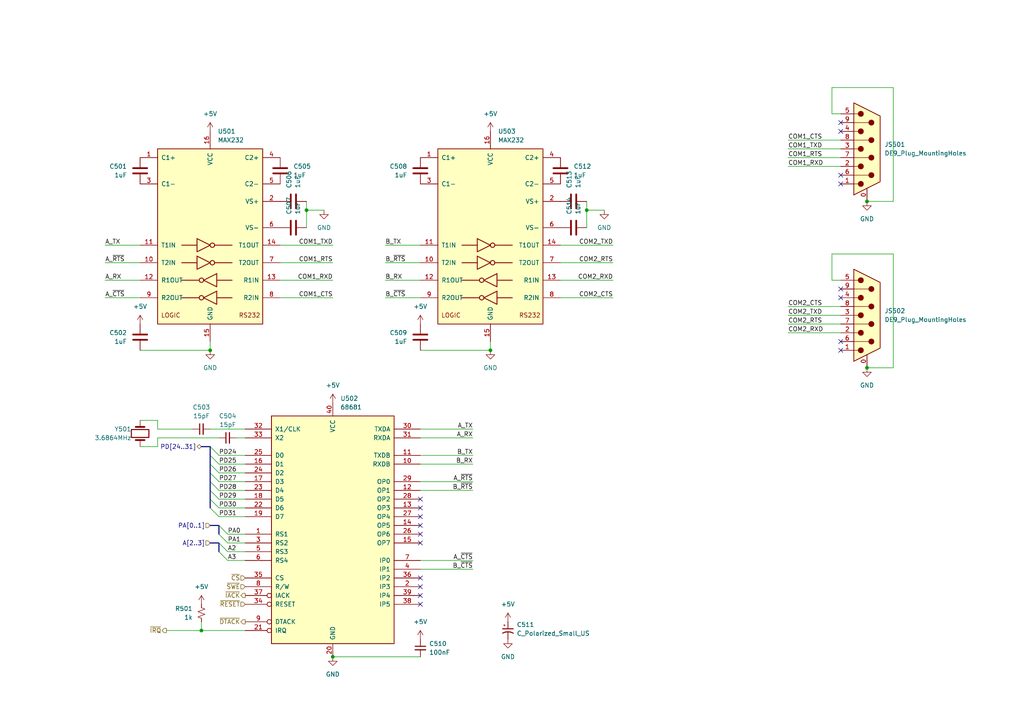
<source format=kicad_sch>
(kicad_sch (version 20231120) (generator "eeschema") (generator_version "8.0")
  (paper "A4")
  (lib_symbols
    (symbol "Connector:DE9_Plug_MountingHoles" (pin_names (offset 1.016) hide)
      (property "Reference" "J" (at 0 16.51 0))
      (property "Value" "DE9_Plug_MountingHoles" (at 0 14.605 0))
      (symbol "DE9_Plug_MountingHoles_0_1"
        (circle (center -1.778 -10.16) (radius 0.762) (fill (type outline)))
        (circle (center -1.778 -5.08) (radius 0.762) (fill (type outline)))
        (circle (center -1.778 0) (radius 0.762) (fill (type outline)))
        (circle (center -1.778 5.08) (radius 0.762) (fill (type outline)))
        (circle (center -1.778 10.16) (radius 0.762) (fill (type outline)))
        (polyline (pts (xy -3.81 -10.16) (xy -2.54 -10.16)))
        (polyline (pts (xy -3.81 -7.62) (xy 0.508 -7.62)))
        (polyline (pts (xy -3.81 -5.08) (xy -2.54 -5.08)))
        (polyline (pts (xy -3.81 -2.54) (xy 0.508 -2.54)))
        (polyline (pts (xy -3.81 0) (xy -2.54 0)))
        (polyline (pts (xy -3.81 2.54) (xy 0.508 2.54)))
        (polyline (pts (xy -3.81 5.08) (xy -2.54 5.08)))
        (polyline (pts (xy -3.81 7.62) (xy 0.508 7.62)))
        (polyline (pts (xy -3.81 10.16) (xy -2.54 10.16)))
        (polyline (pts (xy -3.81 -13.335) (xy -3.81 13.335) (xy 3.81 9.525) (xy 3.81 -9.525) (xy -3.81 -13.335)) (stroke (width 0.254)) (fill (type background)))
        (circle (center 1.27 -7.62) (radius 0.762) (fill (type outline)))
        (circle (center 1.27 -2.54) (radius 0.762) (fill (type outline)))
        (circle (center 1.27 2.54) (radius 0.762) (fill (type outline)))
        (circle (center 1.27 7.62) (radius 0.762) (fill (type outline)))
      )
      (symbol "DE9_Plug_MountingHoles_1_1"
        (pin passive line (at 0 -15.24 90) (length 3.81) (name "PAD") (number "0"))
        (pin passive line (at -7.62 -10.16 0) (length 3.81) (name "1") (number "1"))
        (pin passive line (at -7.62 -5.08 0) (length 3.81) (name "2") (number "2"))
        (pin passive line (at -7.62 0 0) (length 3.81) (name "3") (number "3"))
        (pin passive line (at -7.62 5.08 0) (length 3.81) (name "4") (number "4"))
        (pin passive line (at -7.62 10.16 0) (length 3.81) (name "5") (number "5"))
        (pin passive line (at -7.62 -7.62 0) (length 3.81) (name "6") (number "6"))
        (pin passive line (at -7.62 -2.54 0) (length 3.81) (name "7") (number "7"))
        (pin passive line (at -7.62 2.54 0) (length 3.81) (name "8") (number "8"))
        (pin passive line (at -7.62 7.62 0) (length 3.81) (name "9") (number "9"))
      )
    )
    (symbol "Device:C" (pin_numbers hide) (pin_names (offset 0.254))
      (property "Reference" "C" (at 0.635 2.54 0))
      (property "Value" "C" (at 0.635 -2.54 0))
      (symbol "C_0_1"
        (polyline (pts (xy -2.032 -0.762) (xy 2.032 -0.762)) (stroke (width 0.508)))
        (polyline (pts (xy -2.032 0.762) (xy 2.032 0.762)) (stroke (width 0.508)))
      )
      (symbol "C_1_1"
        (pin passive line (at 0 3.81 270) (length 2.794) (name "~") (number "1"))
        (pin passive line (at 0 -3.81 90) (length 2.794) (name "~") (number "2"))
      )
    )
    (symbol "Device:C_Polarized_Small_US" (pin_numbers hide) (pin_names (offset 0.254) hide)
      (property "Reference" "C" (at 0.254 1.778 0))
      (property "Value" "C_Polarized_Small_US" (at 0.254 -2.032 0))
      (symbol "C_Polarized_Small_US_0_1"
        (polyline (pts (xy -1.524 0.508) (xy 1.524 0.508)) (stroke (width 0.3048)))
        (polyline (pts (xy -1.27 1.524) (xy -0.762 1.524)))
        (polyline (pts (xy -1.016 1.27) (xy -1.016 1.778)))
        (arc (start 1.524 -0.762) (mid 0 -0.3734) (end -1.524 -0.762) (stroke (width 0.3048)))
      )
      (symbol "C_Polarized_Small_US_1_1"
        (pin passive line (at 0 2.54 270) (length 2.032) (name "~") (number "1"))
        (pin passive line (at 0 -2.54 90) (length 2.032) (name "~") (number "2"))
      )
    )
    (symbol "Device:C_Small" (pin_numbers hide) (pin_names (offset 0.254) hide)
      (property "Reference" "C" (at 0.254 1.778 0))
      (property "Value" "C_Small" (at 0.254 -2.032 0))
      (symbol "C_Small_0_1"
        (polyline (pts (xy -1.524 -0.508) (xy 1.524 -0.508)) (stroke (width 0.3302)))
        (polyline (pts (xy -1.524 0.508) (xy 1.524 0.508)) (stroke (width 0.3048)))
      )
      (symbol "C_Small_1_1"
        (pin passive line (at 0 2.54 270) (length 2.032) (name "~") (number "1"))
        (pin passive line (at 0 -2.54 90) (length 2.032) (name "~") (number "2"))
      )
    )
    (symbol "Device:Crystal" (pin_numbers hide) (pin_names (offset 1.016) hide)
      (property "Reference" "Y" (at 0 3.81 0))
      (property "Value" "Crystal" (at 0 -3.81 0))
      (symbol "Crystal_0_1"
        (rectangle (start -1.143 2.54) (end 1.143 -2.54) (stroke (width 0.3048)))
        (polyline (pts (xy -2.54 0) (xy -1.905 0)))
        (polyline (pts (xy -1.905 -1.27) (xy -1.905 1.27)) (stroke (width 0.508)))
        (polyline (pts (xy 1.905 -1.27) (xy 1.905 1.27)) (stroke (width 0.508)))
        (polyline (pts (xy 2.54 0) (xy 1.905 0)))
      )
      (symbol "Crystal_1_1"
        (pin passive line (at -3.81 0 0) (length 1.27) (name "1") (number "1"))
        (pin passive line (at 3.81 0 180) (length 1.27) (name "2") (number "2"))
      )
    )
    (symbol "Device:R_Small_US" (pin_numbers hide) (pin_names (offset 0.254) hide)
      (property "Reference" "R" (at 0.762 0.508 0))
      (property "Value" "R_Small_US" (at 0.762 -1.016 0))
      (symbol "R_Small_US_1_1"
        (polyline (pts (xy 0 0) (xy 1.016 -0.381) (xy 0 -0.762) (xy -1.016 -1.143) (xy 0 -1.524)))
        (polyline (pts (xy 0 1.524) (xy 1.016 1.143) (xy 0 0.762) (xy -1.016 0.381) (xy 0 0)))
        (pin passive line (at 0 2.54 270) (length 1.016) (name "~") (number "1"))
        (pin passive line (at 0 -2.54 90) (length 1.016) (name "~") (number "2"))
      )
    )
    (symbol "Interface:68681" (pin_names (offset 1.016))
      (property "Reference" "U" (at 0 3.81 0))
      (property "Value" "68681" (at 0 -2.54 0))
      (symbol "68681_0_1"
        (rectangle (start -17.78 -31.75) (end 17.78 34.29) (stroke (width 0.254)) (fill (type background)))
      )
      (symbol "68681_1_1"
        (pin input line (at -25.4 0 0) (length 7.62) (name "RS1") (number "1"))
        (pin input line (at 25.4 20.32 180) (length 7.62) (name "RXDB") (number "10"))
        (pin output line (at 25.4 22.86 180) (length 7.62) (name "TXDB") (number "11"))
        (pin output line (at 25.4 12.7 180) (length 7.62) (name "OP1") (number "12"))
        (pin output line (at 25.4 7.62 180) (length 7.62) (name "OP3") (number "13"))
        (pin output line (at 25.4 2.54 180) (length 7.62) (name "OP5") (number "14"))
        (pin output line (at 25.4 -2.54 180) (length 7.62) (name "OP7") (number "15"))
        (pin tri_state line (at -25.4 20.32 0) (length 7.62) (name "D1") (number "16"))
        (pin tri_state line (at -25.4 15.24 0) (length 7.62) (name "D3") (number "17"))
        (pin tri_state line (at -25.4 10.16 0) (length 7.62) (name "D5") (number "18"))
        (pin tri_state line (at -25.4 5.08 0) (length 7.62) (name "D7") (number "19"))
        (pin input line (at 25.4 -15.24 180) (length 7.62) (name "IP3") (number "2"))
        (pin power_in line (at 0 -35.56 90) (length 3.81) (name "GND") (number "20"))
        (pin output inverted (at -25.4 -27.94 0) (length 7.62) (name "IRQ") (number "21"))
        (pin tri_state line (at -25.4 7.62 0) (length 7.62) (name "D6") (number "22"))
        (pin tri_state line (at -25.4 12.7 0) (length 7.62) (name "D4") (number "23"))
        (pin tri_state line (at -25.4 17.78 0) (length 7.62) (name "D2") (number "24"))
        (pin tri_state line (at -25.4 22.86 0) (length 7.62) (name "D0") (number "25"))
        (pin output line (at 25.4 0 180) (length 7.62) (name "OP6") (number "26"))
        (pin output line (at 25.4 5.08 180) (length 7.62) (name "OP4") (number "27"))
        (pin output line (at 25.4 10.16 180) (length 7.62) (name "OP2") (number "28"))
        (pin output line (at 25.4 15.24 180) (length 7.62) (name "OP0") (number "29"))
        (pin input line (at -25.4 -2.54 0) (length 7.62) (name "RS2") (number "3"))
        (pin output line (at 25.4 30.48 180) (length 7.62) (name "TXDA") (number "30"))
        (pin input line (at 25.4 27.94 180) (length 7.62) (name "RXDA") (number "31"))
        (pin input line (at -25.4 30.48 0) (length 7.62) (name "X1/CLK") (number "32"))
        (pin input line (at -25.4 27.94 0) (length 7.62) (name "X2") (number "33"))
        (pin input inverted (at -25.4 -20.32 0) (length 7.62) (name "RESET") (number "34"))
        (pin input line (at -25.4 -12.7 0) (length 7.62) (name "CS") (number "35"))
        (pin input line (at 25.4 -12.7 180) (length 7.62) (name "IP2") (number "36"))
        (pin input inverted (at -25.4 -17.78 0) (length 7.62) (name "IACK") (number "37"))
        (pin input line (at 25.4 -20.32 180) (length 7.62) (name "IP5") (number "38"))
        (pin input line (at 25.4 -17.78 180) (length 7.62) (name "IP4") (number "39"))
        (pin input line (at 25.4 -10.16 180) (length 7.62) (name "IP1") (number "4"))
        (pin power_in line (at 0 38.1 270) (length 3.81) (name "VCC") (number "40"))
        (pin input line (at -25.4 -5.08 0) (length 7.62) (name "RS3") (number "5"))
        (pin input line (at -25.4 -7.62 0) (length 7.62) (name "RS4") (number "6"))
        (pin input line (at 25.4 -7.62 180) (length 7.62) (name "IP0") (number "7"))
        (pin input line (at -25.4 -15.24 0) (length 7.62) (name "R/W") (number "8"))
        (pin open_collector inverted (at -25.4 -25.4 0) (length 7.62) (name "DTACK") (number "9"))
      )
    )
    (symbol "Interface_UART:MAX232" (pin_names (offset 1.016))
      (property "Reference" "U" (at -2.54 28.575 0))
      (property "Value" "MAX232" (at -2.54 26.67 0))
      (symbol "MAX232_0_0"
        (text "LOGIC" (at -11.43 -22.86 0) (effects (font (size 1.27 1.27))))
        (text "RS232" (at 11.43 -22.86 0) (effects (font (size 1.27 1.27))))
      )
      (symbol "MAX232_0_1"
        (rectangle (start -15.24 -25.4) (end 15.24 25.4) (stroke (width 0.254)) (fill (type background)))
        (circle (center -2.54 -17.78) (radius 0.635) (stroke (width 0.254)))
        (circle (center -2.54 -12.7) (radius 0.635) (stroke (width 0.254)))
        (polyline (pts (xy -3.81 -7.62) (xy -8.255 -7.62)) (stroke (width 0.254)))
        (polyline (pts (xy -3.81 -2.54) (xy -8.255 -2.54)) (stroke (width 0.254)))
        (polyline (pts (xy -3.175 -17.78) (xy -8.255 -17.78)) (stroke (width 0.254)))
        (polyline (pts (xy -3.175 -12.7) (xy -8.255 -12.7)) (stroke (width 0.254)))
        (polyline (pts (xy 1.27 -7.62) (xy 6.35 -7.62)) (stroke (width 0.254)))
        (polyline (pts (xy 1.27 -2.54) (xy 6.35 -2.54)) (stroke (width 0.254)))
        (polyline (pts (xy 1.905 -17.78) (xy 6.35 -17.78)) (stroke (width 0.254)))
        (polyline (pts (xy 1.905 -12.7) (xy 6.35 -12.7)) (stroke (width 0.254)))
        (polyline (pts (xy -3.81 -5.715) (xy -3.81 -9.525) (xy 0 -7.62) (xy -3.81 -5.715)) (stroke (width 0.254)))
        (polyline (pts (xy -3.81 -0.635) (xy -3.81 -4.445) (xy 0 -2.54) (xy -3.81 -0.635)) (stroke (width 0.254)))
        (polyline (pts (xy 1.905 -15.875) (xy 1.905 -19.685) (xy -1.905 -17.78) (xy 1.905 -15.875)) (stroke (width 0.254)))
        (polyline (pts (xy 1.905 -10.795) (xy 1.905 -14.605) (xy -1.905 -12.7) (xy 1.905 -10.795)) (stroke (width 0.254)))
        (circle (center 0.635 -7.62) (radius 0.635) (stroke (width 0.254)))
        (circle (center 0.635 -2.54) (radius 0.635) (stroke (width 0.254)))
      )
      (symbol "MAX232_1_1"
        (pin passive line (at -20.32 22.86 0) (length 5.08) (name "C1+") (number "1"))
        (pin input line (at -20.32 -7.62 0) (length 5.08) (name "T2IN") (number "10"))
        (pin input line (at -20.32 -2.54 0) (length 5.08) (name "T1IN") (number "11"))
        (pin output line (at -20.32 -12.7 0) (length 5.08) (name "R1OUT") (number "12"))
        (pin input line (at 20.32 -12.7 180) (length 5.08) (name "R1IN") (number "13"))
        (pin output line (at 20.32 -2.54 180) (length 5.08) (name "T1OUT") (number "14"))
        (pin power_in line (at 0 -30.48 90) (length 5.08) (name "GND") (number "15"))
        (pin power_in line (at 0 30.48 270) (length 5.08) (name "VCC") (number "16"))
        (pin power_out line (at 20.32 10.16 180) (length 5.08) (name "VS+") (number "2"))
        (pin passive line (at -20.32 15.24 0) (length 5.08) (name "C1-") (number "3"))
        (pin passive line (at 20.32 22.86 180) (length 5.08) (name "C2+") (number "4"))
        (pin passive line (at 20.32 15.24 180) (length 5.08) (name "C2-") (number "5"))
        (pin power_out line (at 20.32 2.54 180) (length 5.08) (name "VS-") (number "6"))
        (pin output line (at 20.32 -7.62 180) (length 5.08) (name "T2OUT") (number "7"))
        (pin input line (at 20.32 -17.78 180) (length 5.08) (name "R2IN") (number "8"))
        (pin output line (at -20.32 -17.78 0) (length 5.08) (name "R2OUT") (number "9"))
      )
    )
    (symbol "power:+5V" (power) (pin_names (offset 0))
      (property "Value" "+5V" (at 0 3.556 0))
      (symbol "+5V_0_1"
        (polyline (pts (xy -0.762 1.27) (xy 0 2.54)))
        (polyline (pts (xy 0 0) (xy 0 2.54)))
        (polyline (pts (xy 0 2.54) (xy 0.762 1.27)))
      )
      (symbol "+5V_1_1"
        (pin power_in line (at 0 0 90) (length 0) hide (name "+5V") (number "1"))
      )
    )
    (symbol "power:GND" (power) (pin_names (offset 0))
      (property "Value" "GND" (at 0 -3.81 0))
      (symbol "GND_0_1"
        (polyline (pts (xy 0 0) (xy 0 -1.27) (xy 1.27 -1.27) (xy 0 -2.54) (xy -1.27 -1.27) (xy 0 -1.27)))
      )
      (symbol "GND_1_1"
        (pin power_in line (at 0 0 270) (length 0) hide (name "GND") (number "1"))
      )
    )
  )
  (junction (at 251.46 106.68))
  (junction (at 60.96 101.6))
  (junction (at 58.42 182.88))
  (junction (at 251.46 58.42))
  (junction (at 142.24 101.6))
  (junction (at 170.18 60.96))
  (junction (at 88.9 60.96))
  (junction (at 96.52 190.5))
  (no_connect (at 243.84 101.6))
  (no_connect (at 243.84 35.56))
  (no_connect (at 121.92 170.18))
  (no_connect (at 243.84 83.82))
  (no_connect (at 121.92 172.72))
  (no_connect (at 243.84 50.8))
  (no_connect (at 121.92 147.32))
  (no_connect (at 121.92 154.94))
  (no_connect (at 121.92 167.64))
  (no_connect (at 243.84 53.34))
  (no_connect (at 243.84 86.36))
  (no_connect (at 121.92 175.26))
  (no_connect (at 121.92 144.78))
  (no_connect (at 243.84 99.06))
  (no_connect (at 243.84 38.1))
  (no_connect (at 121.92 152.4))
  (no_connect (at 121.92 157.48))
  (no_connect (at 121.92 149.86))
  (bus_entry (at 60.96 137.16) (size 2.54 2.54))
  (bus_entry (at 63.5 154.94) (size 2.54 2.54))
  (bus_entry (at 63.5 157.48) (size 2.54 2.54))
  (bus_entry (at 60.96 147.32) (size 2.54 2.54))
  (bus_entry (at 60.96 132.08) (size 2.54 2.54))
  (bus_entry (at 60.96 139.7) (size 2.54 2.54))
  (bus_entry (at 60.96 142.24) (size 2.54 2.54))
  (bus_entry (at 63.5 152.4) (size 2.54 2.54))
  (bus_entry (at 60.96 144.78) (size 2.54 2.54))
  (bus_entry (at 63.5 160.02) (size 2.54 2.54))
  (bus_entry (at 60.96 129.54) (size 2.54 2.54))
  (bus_entry (at 60.96 134.62) (size 2.54 2.54))
  (wire (pts (xy 63.5 134.62) (xy 71.12 134.62)))
  (wire (pts (xy 66.04 162.56) (xy 71.12 162.56)))
  (wire (pts (xy 96.52 76.2) (xy 81.28 76.2)))
  (wire (pts (xy 162.56 81.28) (xy 177.8 81.28)))
  (wire (pts (xy 243.84 33.02) (xy 241.3 33.02)))
  (bus (pts (xy 60.96 139.7) (xy 60.96 137.16)))
  (wire (pts (xy 58.42 180.34) (xy 58.42 182.88)))
  (bus (pts (xy 60.96 129.54) (xy 58.42 129.54)))
  (wire (pts (xy 121.92 76.2) (xy 111.76 76.2)))
  (bus (pts (xy 63.5 157.48) (xy 60.96 157.48)))
  (wire (pts (xy 259.08 58.42) (xy 251.46 58.42)))
  (wire (pts (xy 241.3 25.4) (xy 259.08 25.4)))
  (bus (pts (xy 60.96 142.24) (xy 60.96 139.7)))
  (wire (pts (xy 60.96 124.46) (xy 71.12 124.46)))
  (wire (pts (xy 45.72 124.46) (xy 45.72 121.92)))
  (wire (pts (xy 40.64 86.36) (xy 30.48 86.36)))
  (wire (pts (xy 121.92 132.08) (xy 137.16 132.08)))
  (wire (pts (xy 259.08 25.4) (xy 259.08 58.42)))
  (bus (pts (xy 60.96 132.08) (xy 60.96 129.54)))
  (wire (pts (xy 88.9 60.96) (xy 88.9 66.04)))
  (wire (pts (xy 121.92 139.7) (xy 137.16 139.7)))
  (wire (pts (xy 243.84 40.64) (xy 228.6 40.64)))
  (wire (pts (xy 121.92 86.36) (xy 111.76 86.36)))
  (bus (pts (xy 60.96 134.62) (xy 60.96 132.08)))
  (bus (pts (xy 60.96 137.16) (xy 60.96 134.62)))
  (wire (pts (xy 241.3 81.28) (xy 241.3 73.66)))
  (wire (pts (xy 243.84 81.28) (xy 241.3 81.28)))
  (wire (pts (xy 63.5 137.16) (xy 71.12 137.16)))
  (wire (pts (xy 81.28 81.28) (xy 96.52 81.28)))
  (wire (pts (xy 63.5 149.86) (xy 71.12 149.86)))
  (wire (pts (xy 259.08 73.66) (xy 259.08 106.68)))
  (wire (pts (xy 259.08 106.68) (xy 251.46 106.68)))
  (wire (pts (xy 63.5 144.78) (xy 71.12 144.78)))
  (wire (pts (xy 63.5 132.08) (xy 71.12 132.08)))
  (wire (pts (xy 243.84 48.26) (xy 228.6 48.26)))
  (bus (pts (xy 63.5 152.4) (xy 60.96 152.4)))
  (wire (pts (xy 121.92 124.46) (xy 137.16 124.46)))
  (wire (pts (xy 228.6 43.18) (xy 243.84 43.18)))
  (wire (pts (xy 55.88 124.46) (xy 45.72 124.46)))
  (wire (pts (xy 142.24 101.6) (xy 142.24 99.06)))
  (wire (pts (xy 40.64 71.12) (xy 30.48 71.12)))
  (wire (pts (xy 45.72 127) (xy 63.5 127)))
  (wire (pts (xy 121.92 127) (xy 137.16 127)))
  (wire (pts (xy 40.64 129.54) (xy 45.72 129.54)))
  (wire (pts (xy 45.72 121.92) (xy 40.64 121.92)))
  (wire (pts (xy 96.52 190.5) (xy 121.92 190.5)))
  (bus (pts (xy 63.5 154.94) (xy 63.5 152.4)))
  (wire (pts (xy 228.6 91.44) (xy 243.84 91.44)))
  (wire (pts (xy 121.92 162.56) (xy 137.16 162.56)))
  (wire (pts (xy 121.92 81.28) (xy 111.76 81.28)))
  (wire (pts (xy 58.42 182.88) (xy 71.12 182.88)))
  (wire (pts (xy 81.28 86.36) (xy 96.52 86.36)))
  (wire (pts (xy 63.5 142.24) (xy 71.12 142.24)))
  (wire (pts (xy 48.26 182.88) (xy 58.42 182.88)))
  (wire (pts (xy 40.64 81.28) (xy 30.48 81.28)))
  (wire (pts (xy 96.52 71.12) (xy 81.28 71.12)))
  (wire (pts (xy 177.8 76.2) (xy 162.56 76.2)))
  (wire (pts (xy 170.18 60.96) (xy 170.18 66.04)))
  (wire (pts (xy 40.64 101.6) (xy 60.96 101.6)))
  (wire (pts (xy 177.8 71.12) (xy 162.56 71.12)))
  (wire (pts (xy 121.92 165.1) (xy 137.16 165.1)))
  (wire (pts (xy 241.3 73.66) (xy 259.08 73.66)))
  (wire (pts (xy 121.92 71.12) (xy 111.76 71.12)))
  (wire (pts (xy 88.9 58.42) (xy 88.9 60.96)))
  (wire (pts (xy 66.04 157.48) (xy 71.12 157.48)))
  (wire (pts (xy 228.6 45.72) (xy 243.84 45.72)))
  (wire (pts (xy 88.9 60.96) (xy 93.98 60.96)))
  (wire (pts (xy 121.92 142.24) (xy 137.16 142.24)))
  (bus (pts (xy 60.96 144.78) (xy 60.96 142.24)))
  (bus (pts (xy 60.96 147.32) (xy 60.96 144.78)))
  (wire (pts (xy 66.04 160.02) (xy 71.12 160.02)))
  (wire (pts (xy 60.96 101.6) (xy 60.96 99.06)))
  (wire (pts (xy 63.5 139.7) (xy 71.12 139.7)))
  (wire (pts (xy 162.56 86.36) (xy 177.8 86.36)))
  (wire (pts (xy 45.72 129.54) (xy 45.72 127)))
  (wire (pts (xy 66.04 154.94) (xy 71.12 154.94)))
  (wire (pts (xy 241.3 33.02) (xy 241.3 25.4)))
  (wire (pts (xy 63.5 147.32) (xy 71.12 147.32)))
  (wire (pts (xy 243.84 96.52) (xy 228.6 96.52)))
  (wire (pts (xy 170.18 58.42) (xy 170.18 60.96)))
  (bus (pts (xy 63.5 160.02) (xy 63.5 157.48)))
  (wire (pts (xy 228.6 93.98) (xy 243.84 93.98)))
  (wire (pts (xy 68.58 127) (xy 71.12 127)))
  (wire (pts (xy 121.92 134.62) (xy 137.16 134.62)))
  (wire (pts (xy 121.92 101.6) (xy 142.24 101.6)))
  (wire (pts (xy 40.64 76.2) (xy 30.48 76.2)))
  (wire (pts (xy 243.84 88.9) (xy 228.6 88.9)))
  (wire (pts (xy 170.18 60.96) (xy 175.26 60.96)))
  (label "PD24" (at 63.5 132.08 0))
  (label "A_~{CTS}" (at 137.16 162.56 180))
  (label "PA1" (at 66.04 157.48 0))
  (label "B_~{CTS}" (at 111.76 86.36 0))
  (label "COM2_TXD" (at 228.6 91.44 0))
  (label "COM1_TXD" (at 228.6 43.18 0))
  (label "COM1_RXD" (at 228.6 48.26 0))
  (label "COM2_CTS" (at 177.8 86.36 180))
  (label "A_~{RTS}" (at 30.48 76.2 0))
  (label "B_~{RTS}" (at 137.16 142.24 180))
  (label "COM1_CTS" (at 228.6 40.64 0))
  (label "A_TX" (at 137.16 124.46 180))
  (label "PD26" (at 63.5 137.16 0))
  (label "A_RX" (at 30.48 81.28 0))
  (label "COM1_RTS" (at 96.52 76.2 180))
  (label "PD30" (at 63.5 147.32 0))
  (label "COM2_RTS" (at 177.8 76.2 180))
  (label "A2" (at 66.04 160.02 0))
  (label "PA0" (at 66.04 154.94 0))
  (label "A_TX" (at 30.48 71.12 0))
  (label "A_RX" (at 137.16 127 180))
  (label "A_~{CTS}" (at 30.48 86.36 0))
  (label "PD25" (at 63.5 134.62 0))
  (label "COM2_RXD" (at 228.6 96.52 0))
  (label "COM2_RTS" (at 228.6 93.98 0))
  (label "COM2_CTS" (at 228.6 88.9 0))
  (label "COM1_TXD" (at 96.52 71.12 180))
  (label "PD27" (at 63.5 139.7 0))
  (label "A_~{RTS}" (at 137.16 139.7 180))
  (label "B_~{CTS}" (at 137.16 165.1 180))
  (label "PD31" (at 63.5 149.86 0))
  (label "COM1_RTS" (at 228.6 45.72 0))
  (label "PD28" (at 63.5 142.24 0))
  (label "B_RX" (at 111.76 81.28 0))
  (label "COM1_RXD" (at 96.52 81.28 180))
  (label "COM2_TXD" (at 177.8 71.12 180))
  (label "COM2_RXD" (at 177.8 81.28 180))
  (label "B_~{RTS}" (at 111.76 76.2 0))
  (label "B_TX" (at 111.76 71.12 0))
  (label "B_TX" (at 137.16 132.08 180))
  (label "COM1_CTS" (at 96.52 86.36 180))
  (label "B_RX" (at 137.16 134.62 180))
  (label "A3" (at 66.04 162.56 0))
  (label "PD29" (at 63.5 144.78 0))
  (hierarchical_label "~{CS}" (shape input) (at 71.12 167.64 180))
  (hierarchical_label "A[2..3]" (shape input) (at 60.96 157.48 180))
  (hierarchical_label "PA[0..1]" (shape input) (at 60.96 152.4 180))
  (hierarchical_label "~{SWE}" (shape input) (at 71.12 170.18 180))
  (hierarchical_label "PD[24..31]" (shape bidirectional) (at 58.42 129.54 180))
  (hierarchical_label "~{RESET}" (shape input) (at 71.12 175.26 180))
  (hierarchical_label "~{DTACK}" (shape output) (at 71.12 180.34 180))
  (hierarchical_label "~{IRQ}" (shape output) (at 48.26 182.88 180))
  (hierarchical_label "~{IACK}" (shape output) (at 71.12 172.72 180))
  (symbol (lib_id "Interface_UART:MAX232") (at 142.24 68.58 0) (unit 1)
    (property "Reference" "U503" (at 144.4341 38.1 0) (effects (justify left)))
    (property "Value" "MAX232" (at 144.4341 40.64 0) (effects (justify left)))
    (property "Footprint" "Package_SO:SOIC-16_3.9x9.9mm_P1.27mm" (effects (hide yes)))
    (property "Datasheet" "http://www.ti.com/lit/ds/symlink/max232.pdf" (effects (hide yes)))
  )
  (symbol (lib_id "power:+5V") (at 40.64 93.98 0) (unit 1)
    (property "Reference" "#PWR0501" (effects (hide yes)))
    (property "Value" "+5V" (at 40.64 88.9 0))
  )
  (symbol (lib_id "power:+5V") (at 147.32 180.34 0) (unit 1)
    (property "Reference" "#PWR0512" (effects (hide yes)))
    (property "Value" "+5V" (at 147.32 175.26 0))
  )
  (symbol (lib_id "power:+5V") (at 58.42 175.26 0) (unit 1)
    (property "Reference" "#PWR0502" (effects (hide yes)))
    (property "Value" "+5V" (at 58.42 170.18 0))
  )
  (symbol (lib_id "Device:C_Small") (at 58.42 124.46 90) (unit 1)
    (property "Reference" "C503" (at 58.4263 118.11 90))
    (property "Value" "15pF" (at 58.4263 120.65 90))
    (property "Footprint" "Capacitor_SMD:C_0603_1608Metric" (effects (hide yes)))
  )
  (symbol (lib_id "Device:C_Polarized_Small_US") (at 147.32 182.88 0) (unit 1)
    (property "Reference" "C511" (at 149.86 181.1782 0) (effects (justify left)))
    (property "Value" "C_Polarized_Small_US" (at 149.86 183.7182 0) (effects (justify left)))
    (property "Footprint" "Capacitor_THT:CP_Radial_D5.0mm_P2.00mm" (effects (hide yes)))
  )
  (symbol (lib_id "Device:C") (at 121.92 49.53 0) (mirror y) (unit 1)
    (property "Reference" "C508" (at 118.11 48.26 0) (effects (justify left)))
    (property "Value" "1uF" (at 118.11 50.8 0) (effects (justify left)))
    (property "Footprint" "Capacitor_SMD:C_0805_2012Metric" (effects (hide yes)))
  )
  (symbol (lib_id "power:+5V") (at 96.52 116.84 0) (unit 1)
    (property "Reference" "#PWR0506" (effects (hide yes)))
    (property "Value" "+5V" (at 96.52 111.76 0))
  )
  (symbol (lib_id "Device:C") (at 85.09 66.04 90) (unit 1)
    (property "Reference" "C507" (at 83.82 62.23 0) (effects (justify left)))
    (property "Value" "1uF" (at 86.36 62.23 0) (effects (justify left)))
    (property "Footprint" "Capacitor_SMD:C_0805_2012Metric" (effects (hide yes)))
  )
  (symbol (lib_id "Device:C") (at 121.92 97.79 0) (mirror y) (unit 1)
    (property "Reference" "C509" (at 118.11 96.52 0) (effects (justify left)))
    (property "Value" "1uF" (at 118.11 99.06 0) (effects (justify left)))
    (property "Footprint" "Capacitor_SMD:C_0805_2012Metric" (effects (hide yes)))
  )
  (symbol (lib_id "power:GND") (at 147.32 185.42 0) (unit 1)
    (property "Reference" "#PWR0513" (effects (hide yes)))
    (property "Value" "GND" (at 147.32 190.5 0))
  )
  (symbol (lib_id "Device:C") (at 85.09 58.42 90) (unit 1)
    (property "Reference" "C506" (at 83.82 54.61 0) (effects (justify left)))
    (property "Value" "1uF" (at 86.36 54.61 0) (effects (justify left)))
    (property "Footprint" "Capacitor_SMD:C_0805_2012Metric" (effects (hide yes)))
  )
  (symbol (lib_id "Device:C_Small") (at 66.04 127 90) (unit 1)
    (property "Reference" "C504" (at 66.0463 120.65 90))
    (property "Value" "15pF" (at 66.0463 123.19 90))
    (property "Footprint" "Capacitor_SMD:C_0603_1608Metric" (effects (hide yes)))
  )
  (symbol (lib_id "Device:C") (at 81.28 49.53 0) (unit 1)
    (property "Reference" "C505" (at 85.09 48.26 0) (effects (justify left)))
    (property "Value" "1uF" (at 85.09 50.8 0) (effects (justify left)))
    (property "Footprint" "Capacitor_SMD:C_0805_2012Metric" (effects (hide yes)))
  )
  (symbol (lib_id "Connector:DE9_Plug_MountingHoles") (at 251.46 91.44 0) (unit 1)
    (property "Reference" "JS502" (at 256.54 90.17 0) (effects (justify left)))
    (property "Value" "DE9_Plug_MountingHoles" (at 256.54 92.71 0) (effects (justify left)))
    (property "Footprint" "Connector_Dsub:DSUB-9_Male_Horizontal_P2.77x2.84mm_EdgePinOffset4.94mm_Housed_MountingHolesOffset7.48mm" (effects (hide yes)))
    (property "Datasheet" " ~" (effects (hide yes)))
  )
  (symbol (lib_id "power:GND") (at 251.46 106.68 0) (unit 1)
    (property "Reference" "#PWR0516" (effects (hide yes)))
    (property "Value" "GND" (at 251.46 111.76 0))
  )
  (symbol (lib_id "Device:C") (at 162.56 49.53 0) (unit 1)
    (property "Reference" "C512" (at 166.37 48.26 0) (effects (justify left)))
    (property "Value" "1uF" (at 166.37 50.8 0) (effects (justify left)))
    (property "Footprint" "Capacitor_SMD:C_0805_2012Metric" (effects (hide yes)))
  )
  (symbol (lib_id "power:GND") (at 96.52 190.5 0) (unit 1)
    (property "Reference" "#PWR0507" (effects (hide yes)))
    (property "Value" "GND" (at 96.52 195.58 0))
  )
  (symbol (lib_id "Device:Crystal") (at 40.64 125.73 90) (mirror x) (unit 1)
    (property "Reference" "Y501" (at 38.1 124.46 90) (effects (justify left)))
    (property "Value" "3.6864MHz" (at 38.1 127 90) (effects (justify left)))
    (property "Footprint" "Crystal:Crystal_C38-LF_D3.0mm_L8.0mm_Vertical" (effects (hide yes)))
  )
  (symbol (lib_id "Device:R_Small_US") (at 58.42 177.8 0) (unit 1)
    (property "Reference" "R501" (at 55.88 176.53 0) (effects (justify right)))
    (property "Value" "1k" (at 55.88 179.07 0) (effects (justify right)))
    (property "Footprint" "Resistor_SMD:R_0603_1608Metric" (effects (hide yes)))
  )
  (symbol (lib_id "Device:C_Small") (at 121.92 187.96 0) (unit 1)
    (property "Reference" "C510" (at 124.46 186.6963 0) (effects (justify left)))
    (property "Value" "100nF" (at 124.46 189.2363 0) (effects (justify left)))
    (property "Footprint" "Capacitor_SMD:C_0603_1608Metric" (effects (hide yes)))
  )
  (symbol (lib_id "power:GND") (at 93.98 60.96 0) (unit 1)
    (property "Reference" "#PWR0505" (effects (hide yes)))
    (property "Value" "GND" (at 93.98 66.04 0))
  )
  (symbol (lib_id "Device:C") (at 40.64 97.79 0) (mirror y) (unit 1)
    (property "Reference" "C502" (at 36.83 96.52 0) (effects (justify left)))
    (property "Value" "1uF" (at 36.83 99.06 0) (effects (justify left)))
    (property "Footprint" "Capacitor_SMD:C_0805_2012Metric" (effects (hide yes)))
  )
  (symbol (lib_id "power:GND") (at 175.26 60.96 0) (unit 1)
    (property "Reference" "#PWR0514" (effects (hide yes)))
    (property "Value" "GND" (at 175.26 66.04 0))
  )
  (symbol (lib_id "power:GND") (at 251.46 58.42 0) (unit 1)
    (property "Reference" "#PWR0515" (effects (hide yes)))
    (property "Value" "GND" (at 251.46 63.5 0))
  )
  (symbol (lib_id "power:+5V") (at 60.96 38.1 0) (unit 1)
    (property "Reference" "#PWR0503" (effects (hide yes)))
    (property "Value" "+5V" (at 60.96 33.02 0))
  )
  (symbol (lib_id "power:+5V") (at 121.92 93.98 0) (unit 1)
    (property "Reference" "#PWR0508" (effects (hide yes)))
    (property "Value" "+5V" (at 121.92 88.9 0))
  )
  (symbol (lib_id "Connector:DE9_Plug_MountingHoles") (at 251.46 43.18 0) (unit 1)
    (property "Reference" "JS501" (at 256.54 41.91 0) (effects (justify left)))
    (property "Value" "DE9_Plug_MountingHoles" (at 256.54 44.45 0) (effects (justify left)))
    (property "Footprint" "Connector_Dsub:DSUB-9_Male_Horizontal_P2.77x2.84mm_EdgePinOffset4.94mm_Housed_MountingHolesOffset7.48mm" (effects (hide yes)))
    (property "Datasheet" " ~" (effects (hide yes)))
  )
  (symbol (lib_id "Device:C") (at 166.37 66.04 90) (unit 1)
    (property "Reference" "C514" (at 165.1 62.23 0) (effects (justify left)))
    (property "Value" "1uF" (at 167.64 62.23 0) (effects (justify left)))
    (property "Footprint" "Capacitor_SMD:C_0805_2012Metric" (effects (hide yes)))
  )
  (symbol (lib_id "power:+5V") (at 121.92 185.42 0) (unit 1)
    (property "Reference" "#PWR0509" (effects (hide yes)))
    (property "Value" "+5V" (at 121.92 180.34 0))
  )
  (symbol (lib_id "Interface:68681") (at 96.52 154.94 0) (unit 1)
    (property "Reference" "U502" (at 98.7141 115.57 0) (effects (justify left)))
    (property "Value" "68681" (at 98.7141 118.11 0) (effects (justify left)))
    (property "Footprint" "Package_DIP:DIP-40_W15.24mm" (effects (hide yes)))
  )
  (symbol (lib_id "Interface_UART:MAX232") (at 60.96 68.58 0) (unit 1)
    (property "Reference" "U501" (at 63.1541 38.1 0) (effects (justify left)))
    (property "Value" "MAX232" (at 63.1541 40.64 0) (effects (justify left)))
    (property "Footprint" "Package_SO:SOIC-16_3.9x9.9mm_P1.27mm" (effects (hide yes)))
    (property "Datasheet" "http://www.ti.com/lit/ds/symlink/max232.pdf" (effects (hide yes)))
  )
  (symbol (lib_id "power:GND") (at 60.96 101.6 0) (unit 1)
    (property "Reference" "#PWR0504" (effects (hide yes)))
    (property "Value" "GND" (at 60.96 106.68 0))
  )
  (symbol (lib_id "power:+5V") (at 142.24 38.1 0) (unit 1)
    (property "Reference" "#PWR0510" (effects (hide yes)))
    (property "Value" "+5V" (at 142.24 33.02 0))
  )
  (symbol (lib_id "Device:C") (at 166.37 58.42 90) (unit 1)
    (property "Reference" "C513" (at 165.1 54.61 0) (effects (justify left)))
    (property "Value" "1uF" (at 167.64 54.61 0) (effects (justify left)))
    (property "Footprint" "Capacitor_SMD:C_0805_2012Metric" (effects (hide yes)))
  )
  (symbol (lib_id "power:GND") (at 142.24 101.6 0) (unit 1)
    (property "Reference" "#PWR0511" (effects (hide yes)))
    (property "Value" "GND" (at 142.24 106.68 0))
  )
  (symbol (lib_id "Device:C") (at 40.64 49.53 0) (mirror y) (unit 1)
    (property "Reference" "C501" (at 36.83 48.26 0) (effects (justify left)))
    (property "Value" "1uF" (at 36.83 50.8 0) (effects (justify left)))
    (property "Footprint" "Capacitor_SMD:C_0805_2012Metric" (effects (hide yes)))
  )
)
</source>
